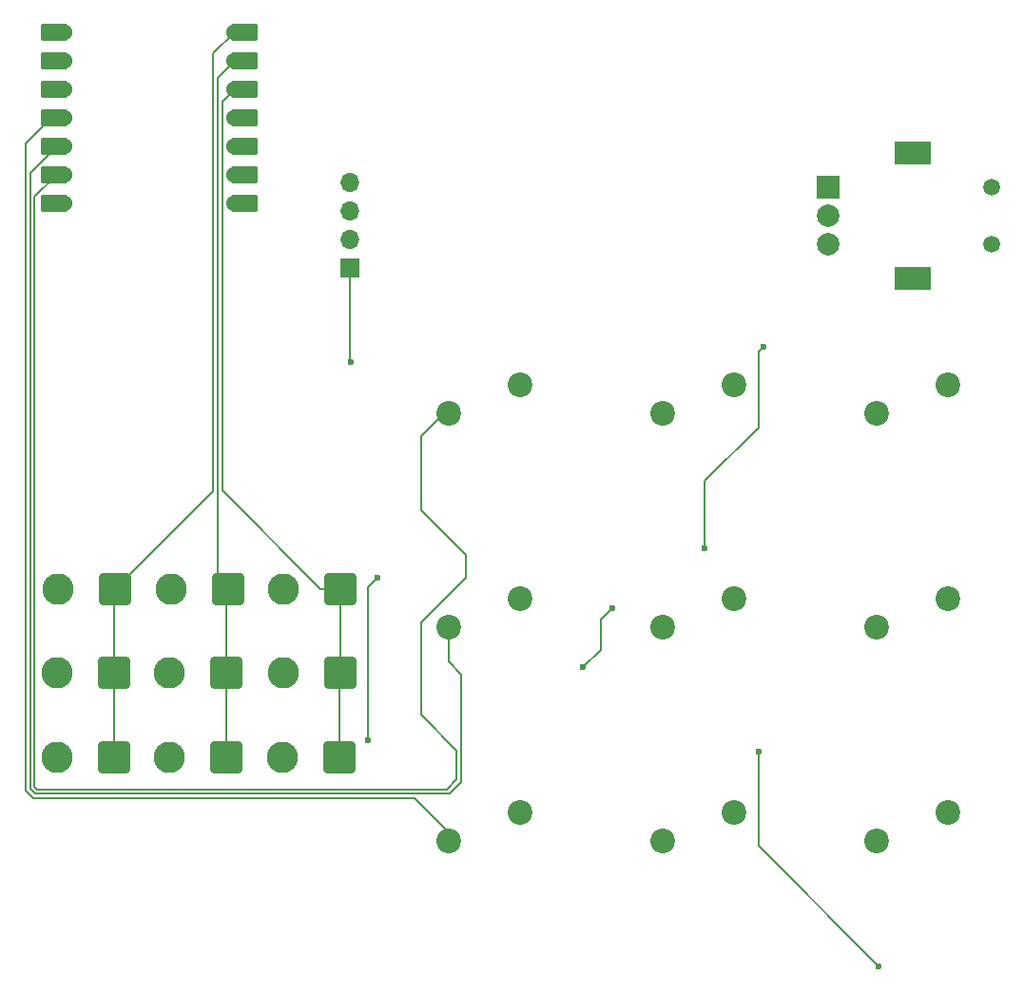
<source format=gbr>
%TF.GenerationSoftware,KiCad,Pcbnew,9.0.2*%
%TF.CreationDate,2025-06-22T22:22:16+03:00*%
%TF.ProjectId,macropad,6d616372-6f70-4616-942e-6b696361645f,rev?*%
%TF.SameCoordinates,Original*%
%TF.FileFunction,Copper,L2,Bot*%
%TF.FilePolarity,Positive*%
%FSLAX46Y46*%
G04 Gerber Fmt 4.6, Leading zero omitted, Abs format (unit mm)*
G04 Created by KiCad (PCBNEW 9.0.2) date 2025-06-22 22:22:16*
%MOMM*%
%LPD*%
G01*
G04 APERTURE LIST*
G04 Aperture macros list*
%AMRoundRect*
0 Rectangle with rounded corners*
0 $1 Rounding radius*
0 $2 $3 $4 $5 $6 $7 $8 $9 X,Y pos of 4 corners*
0 Add a 4 corners polygon primitive as box body*
4,1,4,$2,$3,$4,$5,$6,$7,$8,$9,$2,$3,0*
0 Add four circle primitives for the rounded corners*
1,1,$1+$1,$2,$3*
1,1,$1+$1,$4,$5*
1,1,$1+$1,$6,$7*
1,1,$1+$1,$8,$9*
0 Add four rect primitives between the rounded corners*
20,1,$1+$1,$2,$3,$4,$5,0*
20,1,$1+$1,$4,$5,$6,$7,0*
20,1,$1+$1,$6,$7,$8,$9,0*
20,1,$1+$1,$8,$9,$2,$3,0*%
G04 Aperture macros list end*
%TA.AperFunction,ComponentPad*%
%ADD10C,2.200000*%
%TD*%
%TA.AperFunction,ComponentPad*%
%ADD11R,1.700000X1.700000*%
%TD*%
%TA.AperFunction,ComponentPad*%
%ADD12O,1.700000X1.700000*%
%TD*%
%TA.AperFunction,ComponentPad*%
%ADD13C,1.500000*%
%TD*%
%TA.AperFunction,ComponentPad*%
%ADD14R,2.000000X2.000000*%
%TD*%
%TA.AperFunction,ComponentPad*%
%ADD15C,2.000000*%
%TD*%
%TA.AperFunction,ComponentPad*%
%ADD16R,3.200000X2.000000*%
%TD*%
%TA.AperFunction,ComponentPad*%
%ADD17RoundRect,0.250001X1.149999X1.149999X-1.149999X1.149999X-1.149999X-1.149999X1.149999X-1.149999X0*%
%TD*%
%TA.AperFunction,ComponentPad*%
%ADD18C,2.800000*%
%TD*%
%TA.AperFunction,SMDPad,CuDef*%
%ADD19RoundRect,0.152400X-1.063600X-0.609600X1.063600X-0.609600X1.063600X0.609600X-1.063600X0.609600X0*%
%TD*%
%TA.AperFunction,ComponentPad*%
%ADD20C,1.524000*%
%TD*%
%TA.AperFunction,SMDPad,CuDef*%
%ADD21RoundRect,0.152400X1.063600X0.609600X-1.063600X0.609600X-1.063600X-0.609600X1.063600X-0.609600X0*%
%TD*%
%TA.AperFunction,ViaPad*%
%ADD22C,0.600000*%
%TD*%
%TA.AperFunction,Conductor*%
%ADD23C,0.200000*%
%TD*%
G04 APERTURE END LIST*
D10*
%TO.P,SW4,1,1*%
%TO.N,Net-(D4-A)*%
X172120000Y-87320000D03*
%TO.P,SW4,2,2*%
%TO.N,COL2*%
X165770000Y-89860000D03*
%TD*%
%TO.P,SW1,1,1*%
%TO.N,Net-(D1-A)*%
X153070000Y-87320000D03*
%TO.P,SW1,2,2*%
%TO.N,COL2*%
X146720000Y-89860000D03*
%TD*%
%TO.P,SW6,1,1*%
%TO.N,Net-(D6-A)*%
X172120000Y-125420000D03*
%TO.P,SW6,2,2*%
%TO.N,COL0*%
X165770000Y-127960000D03*
%TD*%
%TO.P,SW5,1,1*%
%TO.N,Net-(D5-A)*%
X172120000Y-106370000D03*
%TO.P,SW5,2,2*%
%TO.N,COL1*%
X165770000Y-108910000D03*
%TD*%
%TO.P,SW2,1,1*%
%TO.N,Net-(D2-A)*%
X153070000Y-106370000D03*
%TO.P,SW2,2,2*%
%TO.N,COL1*%
X146720000Y-108910000D03*
%TD*%
%TO.P,SW3,1,1*%
%TO.N,Net-(D3-A)*%
X153070000Y-125420000D03*
%TO.P,SW3,2,2*%
%TO.N,COL0*%
X146720000Y-127960000D03*
%TD*%
%TO.P,SW8,1,1*%
%TO.N,Net-(D8-A)*%
X191170000Y-106370000D03*
%TO.P,SW8,2,2*%
%TO.N,COL1*%
X184820000Y-108910000D03*
%TD*%
%TO.P,SW7,1,1*%
%TO.N,Net-(D7-A)*%
X191170000Y-87320000D03*
%TO.P,SW7,2,2*%
%TO.N,COL2*%
X184820000Y-89860000D03*
%TD*%
%TO.P,SW9,1,1*%
%TO.N,Net-(D9-A)*%
X191170000Y-125420000D03*
%TO.P,SW9,2,2*%
%TO.N,COL0*%
X184820000Y-127960000D03*
%TD*%
D11*
%TO.P,OLED1,1,GND*%
%TO.N,GND*%
X137885000Y-76945000D03*
D12*
%TO.P,OLED1,2,VCC*%
%TO.N,VCCQ*%
X137885000Y-74405000D03*
%TO.P,OLED1,3,SCL*%
%TO.N,OLED_SCL*%
X137885000Y-71865000D03*
%TO.P,OLED1,4,SDA*%
%TO.N,OLED_SDA*%
X137885000Y-69325000D03*
%TD*%
D13*
%TO.P,SW10,*%
%TO.N,*%
X195000000Y-69750000D03*
X195000000Y-74750000D03*
D14*
%TO.P,SW10,A,A*%
%TO.N,EC11_A*%
X180500000Y-69750000D03*
D15*
%TO.P,SW10,B,B*%
%TO.N,EC11_B*%
X180500000Y-74750000D03*
%TO.P,SW10,C,C*%
%TO.N,GND*%
X180500000Y-72250000D03*
D16*
%TO.P,SW10,MP*%
%TO.N,N/C*%
X188000000Y-66650000D03*
X188000000Y-77850000D03*
%TD*%
D17*
%TO.P,D1,1,K*%
%TO.N,ROW0*%
X117000000Y-105500000D03*
D18*
%TO.P,D1,2,A*%
%TO.N,Net-(D1-A)*%
X111920000Y-105500000D03*
%TD*%
D17*
%TO.P,D8,1,K*%
%TO.N,ROW2*%
X137000000Y-113000000D03*
D18*
%TO.P,D8,2,A*%
%TO.N,Net-(D8-A)*%
X131920000Y-113000000D03*
%TD*%
D17*
%TO.P,D9,1,K*%
%TO.N,ROW2*%
X136920000Y-120500000D03*
D18*
%TO.P,D9,2,A*%
%TO.N,Net-(D9-A)*%
X131840000Y-120500000D03*
%TD*%
D17*
%TO.P,D7,1,K*%
%TO.N,ROW2*%
X137000000Y-105500000D03*
D18*
%TO.P,D7,2,A*%
%TO.N,Net-(D7-A)*%
X131920000Y-105500000D03*
%TD*%
D17*
%TO.P,D5,1,K*%
%TO.N,ROW1*%
X126920000Y-113000000D03*
D18*
%TO.P,D5,2,A*%
%TO.N,Net-(D5-A)*%
X121840000Y-113000000D03*
%TD*%
D17*
%TO.P,D6,1,K*%
%TO.N,ROW1*%
X126920000Y-120500000D03*
D18*
%TO.P,D6,2,A*%
%TO.N,Net-(D6-A)*%
X121840000Y-120500000D03*
%TD*%
D19*
%TO.P,U1,1,GPIO26/ADC0/A0*%
%TO.N,ROW0*%
X128455000Y-55880000D03*
D20*
X127620000Y-55880000D03*
D19*
%TO.P,U1,2,GPIO27/ADC1/A1*%
%TO.N,ROW1*%
X128455000Y-58420000D03*
D20*
X127620000Y-58420000D03*
D19*
%TO.P,U1,3,GPIO28/ADC2/A2*%
%TO.N,ROW2*%
X128455000Y-60960000D03*
D20*
X127620000Y-60960000D03*
D19*
%TO.P,U1,4,GPIO29/ADC3/A3*%
%TO.N,EC11_A*%
X128455000Y-63500000D03*
D20*
X127620000Y-63500000D03*
D19*
%TO.P,U1,5,GPIO6/SDA*%
%TO.N,OLED_SDA*%
X128455000Y-66040000D03*
D20*
X127620000Y-66040000D03*
D19*
%TO.P,U1,6,GPIO7/SCL*%
%TO.N,OLED_SCL*%
X128455000Y-68580000D03*
D20*
X127620000Y-68580000D03*
D19*
%TO.P,U1,7,GPIO0/TX*%
%TO.N,EC11_B*%
X128455000Y-71120000D03*
D20*
X127620000Y-71120000D03*
%TO.P,U1,8,GPIO1/RX*%
%TO.N,LED_CNTRL*%
X112380000Y-71120000D03*
D21*
X111545000Y-71120000D03*
D20*
%TO.P,U1,9,GPIO2/SCK*%
%TO.N,COL2*%
X112380000Y-68580000D03*
D21*
X111545000Y-68580000D03*
D20*
%TO.P,U1,10,GPIO4/MISO*%
%TO.N,COL1*%
X112380000Y-66040000D03*
D21*
X111545000Y-66040000D03*
D20*
%TO.P,U1,11,GPIO3/MOSI*%
%TO.N,COL0*%
X112380000Y-63500000D03*
D21*
X111545000Y-63500000D03*
D20*
%TO.P,U1,12,3V3*%
%TO.N,VCCQ*%
X112380000Y-60960000D03*
D21*
X111545000Y-60960000D03*
D20*
%TO.P,U1,13,GND*%
%TO.N,GND*%
X112380000Y-58420000D03*
D21*
X111545000Y-58420000D03*
D20*
%TO.P,U1,14,VBUS*%
%TO.N,VCC*%
X112380000Y-55880000D03*
D21*
X111545000Y-55880000D03*
%TD*%
D17*
%TO.P,D3,1,K*%
%TO.N,ROW0*%
X116920000Y-120500000D03*
D18*
%TO.P,D3,2,A*%
%TO.N,Net-(D3-A)*%
X111840000Y-120500000D03*
%TD*%
D17*
%TO.P,D2,1,K*%
%TO.N,ROW0*%
X116920000Y-113000000D03*
D18*
%TO.P,D2,2,A*%
%TO.N,Net-(D2-A)*%
X111840000Y-113000000D03*
%TD*%
D17*
%TO.P,D4,1,K*%
%TO.N,ROW1*%
X127080000Y-105500000D03*
D18*
%TO.P,D4,2,A*%
%TO.N,Net-(D4-A)*%
X122000000Y-105500000D03*
%TD*%
D22*
%TO.N,GND*%
X138000000Y-85250000D03*
%TO.N,VCC*%
X161250000Y-107250000D03*
X169500000Y-101850000D03*
X174250000Y-120000000D03*
X158658333Y-112500000D03*
X174750000Y-83900000D03*
X185000000Y-139100000D03*
%TO.N,Net-(D17-DOUT)*%
X140325000Y-104500000D03*
X139500000Y-119000000D03*
%TD*%
D23*
%TO.N,GND*%
X138000000Y-85250000D02*
X137885000Y-85135000D01*
X137885000Y-85135000D02*
X137885000Y-76945000D01*
%TO.N,VCC*%
X158658333Y-112500000D02*
X160250000Y-110908333D01*
X169500000Y-95861530D02*
X174250000Y-91111530D01*
X169500000Y-101850000D02*
X169500000Y-95861530D01*
X174250000Y-84400000D02*
X174750000Y-83900000D01*
X174250000Y-128350000D02*
X174250000Y-120000000D01*
X185000000Y-139100000D02*
X174250000Y-128350000D01*
X174250000Y-91111530D02*
X174250000Y-84400000D01*
X160250000Y-108250000D02*
X161250000Y-107250000D01*
X160250000Y-110908333D02*
X160250000Y-108250000D01*
%TO.N,ROW0*%
X116920000Y-120500000D02*
X116920000Y-113000000D01*
X117000000Y-105500000D02*
X125698000Y-96802000D01*
X125698000Y-96802000D02*
X125698000Y-57802000D01*
X116920000Y-113000000D02*
X116920000Y-105580000D01*
X125698000Y-57802000D02*
X127620000Y-55880000D01*
%TO.N,COL1*%
X147809119Y-122690881D02*
X146750000Y-123750000D01*
X146651000Y-111947470D02*
X147809119Y-113105589D01*
X109879169Y-123750000D02*
X109401000Y-123271831D01*
X146651000Y-108979000D02*
X146651000Y-111947470D01*
X109401000Y-123271831D02*
X109401000Y-68405374D01*
X109401000Y-68405374D02*
X111766374Y-66040000D01*
X146750000Y-123750000D02*
X109879169Y-123750000D01*
X147809119Y-113105589D02*
X147809119Y-122690881D01*
%TO.N,ROW2*%
X126500000Y-62080000D02*
X127620000Y-60960000D01*
X137000000Y-105500000D02*
X135250000Y-105500000D01*
X126500000Y-96750000D02*
X126500000Y-62080000D01*
X135250000Y-105500000D02*
X126500000Y-96750000D01*
X137000000Y-113000000D02*
X137000000Y-105500000D01*
X136920000Y-120500000D02*
X136920000Y-113080000D01*
%TO.N,COL2*%
X146291530Y-89860000D02*
X144216450Y-91935080D01*
X109802000Y-123105731D02*
X109802000Y-70544374D01*
X148250000Y-102500000D02*
X148250000Y-104500000D01*
X148216450Y-104500000D02*
X144216450Y-108500000D01*
X144216450Y-91935080D02*
X144216450Y-98466450D01*
X110045269Y-123349000D02*
X109802000Y-123105731D01*
X144216450Y-108500000D02*
X144216450Y-116716450D01*
X147408119Y-119908119D02*
X147408119Y-122500000D01*
X144216450Y-116716450D02*
X147408119Y-119908119D01*
X146559119Y-123349000D02*
X110045269Y-123349000D01*
X147408119Y-122500000D02*
X146559119Y-123349000D01*
X144216450Y-98466450D02*
X148250000Y-102500000D01*
X109802000Y-70544374D02*
X111766374Y-68580000D01*
X148250000Y-104500000D02*
X148216450Y-104500000D01*
%TO.N,COL0*%
X109000000Y-65802370D02*
X111302370Y-63500000D01*
X109713069Y-124151000D02*
X109000000Y-123437931D01*
X146720000Y-127220000D02*
X143651000Y-124151000D01*
X109000000Y-123437931D02*
X109000000Y-65802370D01*
X143651000Y-124151000D02*
X109713069Y-124151000D01*
%TO.N,ROW1*%
X126099000Y-104519000D02*
X126099000Y-59941000D01*
X126099000Y-59941000D02*
X127620000Y-58420000D01*
X126920000Y-120500000D02*
X126920000Y-113000000D01*
X126920000Y-113000000D02*
X126920000Y-105660000D01*
%TO.N,Net-(D17-DOUT)*%
X140325000Y-104500000D02*
X139500000Y-105325000D01*
X139500000Y-105325000D02*
X139500000Y-119000000D01*
%TD*%
M02*

</source>
